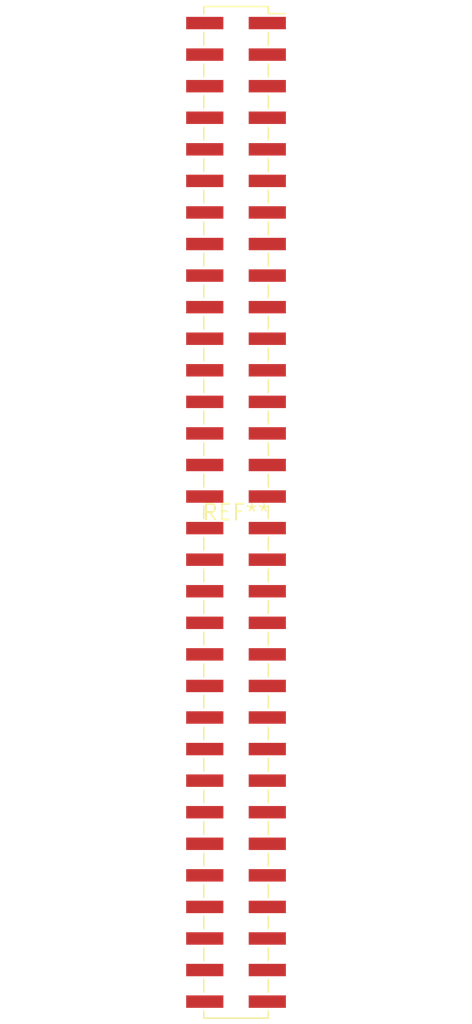
<source format=kicad_pcb>
(kicad_pcb (version 20240108) (generator pcbnew)
  (layers (0 "F.Cu" signal) (31 "B.Cu" signal) (34 "B.Paste" user) (35 "F.Paste" user) (36 "B.SilkS" user "B.Silkscreen") (37 "F.SilkS" user "F.Silkscreen") (38 "B.Mask" user) (39 "F.Mask" user) (44 "Edge.Cuts" user))
  (net 0 "")
  (footprint "PinSocket_2x32_P2.54mm_Vertical_SMD" (layer "F.Cu") (at 0 0)
    (property "Reference" "REF**")
    (property "Value" "PinSocket_2x32_P2.54mm_Vertical_SMD")
    (fp_line (start -2.6 -40.7) (end -2.6 -40.13) (layer "F.SilkS") (stroke (width 0.12)))
    (fp_line (start -2.6 -40.7) (end 2.6 -40.7) (layer "F.SilkS") (stroke (width 0.12)))
    (fp_line (start -2.6 -38.61) (end -2.6 -37.59) (layer "F.SilkS") (stroke (width 0.12)))
    (fp_line (start -2.6 -36.07) (end -2.6 -35.05) (layer "F.SilkS") (stroke (width 0.12)))
    (fp_line (start -2.6 -33.53) (end -2.6 -32.51) (layer "F.SilkS") (stroke (width 0.12)))
    (fp_line (start -2.6 -30.99) (end -2.6 -29.97) (layer "F.SilkS") (stroke (width 0.12)))
    (fp_line (start -2.6 -28.45) (end -2.6 -27.43) (layer "F.SilkS") (stroke (width 0.12)))
    (fp_line (start -2.6 -25.91) (end -2.6 -24.89) (layer "F.SilkS") (stroke (width 0.12)))
    (fp_line (start -2.6 -23.37) (end -2.6 -22.35) (layer "F.SilkS") (stroke (width 0.12)))
    (fp_line (start -2.6 -20.83) (end -2.6 -19.81) (layer "F.SilkS") (stroke (width 0.12)))
    (fp_line (start -2.6 -18.29) (end -2.6 -17.27) (layer "F.SilkS") (stroke (width 0.12)))
    (fp_line (start -2.6 -15.75) (end -2.6 -14.73) (layer "F.SilkS") (stroke (width 0.12)))
    (fp_line (start -2.6 -13.21) (end -2.6 -12.19) (layer "F.SilkS") (stroke (width 0.12)))
    (fp_line (start -2.6 -10.67) (end -2.6 -9.65) (layer "F.SilkS") (stroke (width 0.12)))
    (fp_line (start -2.6 -8.13) (end -2.6 -7.11) (layer "F.SilkS") (stroke (width 0.12)))
    (fp_line (start -2.6 -5.59) (end -2.6 -4.57) (layer "F.SilkS") (stroke (width 0.12)))
    (fp_line (start -2.6 -3.05) (end -2.6 -2.03) (layer "F.SilkS") (stroke (width 0.12)))
    (fp_line (start -2.6 -0.51) (end -2.6 0.51) (layer "F.SilkS") (stroke (width 0.12)))
    (fp_line (start -2.6 2.03) (end -2.6 3.05) (layer "F.SilkS") (stroke (width 0.12)))
    (fp_line (start -2.6 4.57) (end -2.6 5.59) (layer "F.SilkS") (stroke (width 0.12)))
    (fp_line (start -2.6 7.11) (end -2.6 8.13) (layer "F.SilkS") (stroke (width 0.12)))
    (fp_line (start -2.6 9.65) (end -2.6 10.67) (layer "F.SilkS") (stroke (width 0.12)))
    (fp_line (start -2.6 12.19) (end -2.6 13.21) (layer "F.SilkS") (stroke (width 0.12)))
    (fp_line (start -2.6 14.73) (end -2.6 15.75) (layer "F.SilkS") (stroke (width 0.12)))
    (fp_line (start -2.6 17.27) (end -2.6 18.29) (layer "F.SilkS") (stroke (width 0.12)))
    (fp_line (start -2.6 19.81) (end -2.6 20.83) (layer "F.SilkS") (stroke (width 0.12)))
    (fp_line (start -2.6 22.35) (end -2.6 23.37) (layer "F.SilkS") (stroke (width 0.12)))
    (fp_line (start -2.6 24.89) (end -2.6 25.91) (layer "F.SilkS") (stroke (width 0.12)))
    (fp_line (start -2.6 27.43) (end -2.6 28.45) (layer "F.SilkS") (stroke (width 0.12)))
    (fp_line (start -2.6 29.97) (end -2.6 30.99) (layer "F.SilkS") (stroke (width 0.12)))
    (fp_line (start -2.6 32.51) (end -2.6 33.53) (layer "F.SilkS") (stroke (width 0.12)))
    (fp_line (start -2.6 35.05) (end -2.6 36.07) (layer "F.SilkS") (stroke (width 0.12)))
    (fp_line (start -2.6 37.59) (end -2.6 38.61) (layer "F.SilkS") (stroke (width 0.12)))
    (fp_line (start -2.6 40.13) (end -2.6 40.7) (layer "F.SilkS") (stroke (width 0.12)))
    (fp_line (start -2.6 40.7) (end 2.6 40.7) (layer "F.SilkS") (stroke (width 0.12)))
    (fp_line (start 2.6 -40.7) (end 2.6 -40.13) (layer "F.SilkS") (stroke (width 0.12)))
    (fp_line (start 2.6 -40.13) (end 3.96 -40.13) (layer "F.SilkS") (stroke (width 0.12)))
    (fp_line (start 2.6 -38.61) (end 2.6 -37.59) (layer "F.SilkS") (stroke (width 0.12)))
    (fp_line (start 2.6 -36.07) (end 2.6 -35.05) (layer "F.SilkS") (stroke (width 0.12)))
    (fp_line (start 2.6 -33.53) (end 2.6 -32.51) (layer "F.SilkS") (stroke (width 0.12)))
    (fp_line (start 2.6 -30.99) (end 2.6 -29.97) (layer "F.SilkS") (stroke (width 0.12)))
    (fp_line (start 2.6 -28.45) (end 2.6 -27.43) (layer "F.SilkS") (stroke (width 0.12)))
    (fp_line (start 2.6 -25.91) (end 2.6 -24.89) (layer "F.SilkS") (stroke (width 0.12)))
    (fp_line (start 2.6 -23.37) (end 2.6 -22.35) (layer "F.SilkS") (stroke (width 0.12)))
    (fp_line (start 2.6 -20.83) (end 2.6 -19.81) (layer "F.SilkS") (stroke (width 0.12)))
    (fp_line (start 2.6 -18.29) (end 2.6 -17.27) (layer "F.SilkS") (stroke (width 0.12)))
    (fp_line (start 2.6 -15.75) (end 2.6 -14.73) (layer "F.SilkS") (stroke (width 0.12)))
    (fp_line (start 2.6 -13.21) (end 2.6 -12.19) (layer "F.SilkS") (stroke (width 0.12)))
    (fp_line (start 2.6 -10.67) (end 2.6 -9.65) (layer "F.SilkS") (stroke (width 0.12)))
    (fp_line (start 2.6 -8.13) (end 2.6 -7.11) (layer "F.SilkS") (stroke (width 0.12)))
    (fp_line (start 2.6 -5.59) (end 2.6 -4.57) (layer "F.SilkS") (stroke (width 0.12)))
    (fp_line (start 2.6 -3.05) (end 2.6 -2.03) (layer "F.SilkS") (stroke (width 0.12)))
    (fp_line (start 2.6 -0.51) (end 2.6 0.51) (layer "F.SilkS") (stroke (width 0.12)))
    (fp_line (start 2.6 2.03) (end 2.6 3.05) (layer "F.SilkS") (stroke (width 0.12)))
    (fp_line (start 2.6 4.57) (end 2.6 5.59) (layer "F.SilkS") (stroke (width 0.12)))
    (fp_line (start 2.6 7.11) (end 2.6 8.13) (layer "F.SilkS") (stroke (width 0.12)))
    (fp_line (start 2.6 9.65) (end 2.6 10.67) (layer "F.SilkS") (stroke (width 0.12)))
    (fp_line (start 2.6 12.19) (end 2.6 13.21) (layer "F.SilkS") (stroke (width 0.12)))
    (fp_line (start 2.6 14.73) (end 2.6 15.75) (layer "F.SilkS") (stroke (width 0.12)))
    (fp_line (start 2.6 17.27) (end 2.6 18.29) (layer "F.SilkS") (stroke (width 0.12)))
    (fp_line (start 2.6 19.81) (end 2.6 20.83) (layer "F.SilkS") (stroke (width 0.12)))
    (fp_line (start 2.6 22.35) (end 2.6 23.37) (layer "F.SilkS") (stroke (width 0.12)))
    (fp_line (start 2.6 24.89) (end 2.6 25.91) (layer "F.SilkS") (stroke (width 0.12)))
    (fp_line (start 2.6 27.43) (end 2.6 28.45) (layer "F.SilkS") (stroke (width 0.12)))
    (fp_line (start 2.6 29.97) (end 2.6 30.99) (layer "F.SilkS") (stroke (width 0.12)))
    (fp_line (start 2.6 32.51) (end 2.6 33.53) (layer "F.SilkS") (stroke (width 0.12)))
    (fp_line (start 2.6 35.05) (end 2.6 36.07) (layer "F.SilkS") (stroke (width 0.12)))
    (fp_line (start 2.6 37.59) (end 2.6 38.61) (layer "F.SilkS") (stroke (width 0.12)))
    (fp_line (start 2.6 40.13) (end 2.6 40.7) (layer "F.SilkS") (stroke (width 0.12)))
    (pad "1" smd rect (at 2.52 -39.37) (size 3 1) (layers "F.Cu" "F.Paste" "F.Mask"))
    (pad "2" smd rect (at -2.52 -39.37) (size 3 1) (layers "F.Cu" "F.Paste" "F.Mask"))
    (pad "3" smd rect (at 2.52 -36.83) (size 3 1) (layers "F.Cu" "F.Paste" "F.Mask"))
    (pad "4" smd rect (at -2.52 -36.83) (size 3 1) (layers "F.Cu" "F.Paste" "F.Mask"))
    (pad "5" smd rect (at 2.52 -34.29) (size 3 1) (layers "F.Cu" "F.Paste" "F.Mask"))
    (pad "6" smd rect (at -2.52 -34.29) (size 3 1) (layers "F.Cu" "F.Paste" "F.Mask"))
    (pad "7" smd rect (at 2.52 -31.75) (size 3 1) (layers "F.Cu" "F.Paste" "F.Mask"))
    (pad "8" smd rect (at -2.52 -31.75) (size 3 1) (layers "F.Cu" "F.Paste" "F.Mask"))
    (pad "9" smd rect (at 2.52 -29.21) (size 3 1) (layers "F.Cu" "F.Paste" "F.Mask"))
    (pad "10" smd rect (at -2.52 -29.21) (size 3 1) (layers "F.Cu" "F.Paste" "F.Mask"))
    (pad "11" smd rect (at 2.52 -26.67) (size 3 1) (layers "F.Cu" "F.Paste" "F.Mask"))
    (pad "12" smd rect (at -2.52 -26.67) (size 3 1) (layers "F.Cu" "F.Paste" "F.Mask"))
    (pad "13" smd rect (at 2.52 -24.13) (size 3 1) (layers "F.Cu" "F.Paste" "F.Mask"))
    (pad "14" smd rect (at -2.52 -24.13) (size 3 1) (layers "F.Cu" "F.Paste" "F.Mask"))
    (pad "15" smd rect (at 2.52 -21.59) (size 3 1) (layers "F.Cu" "F.Paste" "F.Mask"))
    (pad "16" smd rect (at -2.52 -21.59) (size 3 1) (layers "F.Cu" "F.Paste" "F.Mask"))
    (pad "17" smd rect (at 2.52 -19.05) (size 3 1) (layers "F.Cu" "F.Paste" "F.Mask"))
    (pad "18" smd rect (at -2.52 -19.05) (size 3 1) (layers "F.Cu" "F.Paste" "F.Mask"))
    (pad "19" smd rect (at 2.52 -16.51) (size 3 1) (layers "F.Cu" "F.Paste" "F.Mask"))
    (pad "20" smd rect (at -2.52 -16.51) (size 3 1) (layers "F.Cu" "F.Paste" "F.Mask"))
    (pad "21" smd rect (at 2.52 -13.97) (size 3 1) (layers "F.Cu" "F.Paste" "F.Mask"))
    (pad "22" smd rect (at -2.52 -13.97) (size 3 1) (layers "F.Cu" "F.Paste" "F.Mask"))
    (pad "23" smd rect (at 2.52 -11.43) (size 3 1) (layers "F.Cu" "F.Paste" "F.Mask"))
    (pad "24" smd rect (at -2.52 -11.43) (size 3 1) (layers "F.Cu" "F.Paste" "F.Mask"))
    (pad "25" smd rect (at 2.52 -8.89) (size 3 1) (layers "F.Cu" "F.Paste" "F.Mask"))
    (pad "26" smd rect (at -2.52 -8.89) (size 3 1) (layers "F.Cu" "F.Paste" "F.Mask"))
    (pad "27" smd rect (at 2.52 -6.35) (size 3 1) (layers "F.Cu" "F.Paste" "F.Mask"))
    (pad "28" smd rect (at -2.52 -6.35) (size 3 1) (layers "F.Cu" "F.Paste" "F.Mask"))
    (pad "29" smd rect (at 2.52 -3.81) (size 3 1) (layers "F.Cu" "F.Paste" "F.Mask"))
    (pad "30" smd rect (at -2.52 -3.81) (size 3 1) (layers "F.Cu" "F.Paste" "F.Mask"))
    (pad "31" smd rect (at 2.52 -1.27) (size 3 1) (layers "F.Cu" "F.Paste" "F.Mask"))
    (pad "32" smd rect (at -2.52 -1.27) (size 3 1) (layers "F.Cu" "F.Paste" "F.Mask"))
    (pad "33" smd rect (at 2.52 1.27) (size 3 1) (layers "F.Cu" "F.Paste" "F.Mask"))
    (pad "34" smd rect (at -2.52 1.27) (size 3 1) (layers "F.Cu" "F.Paste" "F.Mask"))
    (pad "35" smd rect (at 2.52 3.81) (size 3 1) (layers "F.Cu" "F.Paste" "F.Mask"))
    (pad "36" smd rect (at -2.52 3.81) (size 3 1) (layers "F.Cu" "F.Paste" "F.Mask"))
    (pad "37" smd rect (at 2.52 6.35) (size 3 1) (layers "F.Cu" "F.Paste" "F.Mask"))
    (pad "38" smd rect (at -2.52 6.35) (size 3 1) (layers "F.Cu" "F.Paste" "F.Mask"))
    (pad "39" smd rect (at 2.52 8.89) (size 3 1) (layers "F.Cu" "F.Paste" "F.Mask"))
    (pad "40" smd rect (at -2.52 8.89) (size 3 1) (layers "F.Cu" "F.Paste" "F.Mask"))
    (pad "41" smd rect (at 2.52 11.43) (size 3 1) (layers "F.Cu" "F.Paste" "F.Mask"))
    (pad "42" smd rect (at -2.52 11.43) (size 3 1) (layers "F.Cu" "F.Paste" "F.Mask"))
    (pad "43" smd rect (at 2.52 13.97) (size 3 1) (layers "F.Cu" "F.Paste" "F.Mask"))
    (pad "44" smd rect (at -2.52 13.97) (size 3 1) (layers "F.Cu" "F.Paste" "F.Mask"))
    (pad "45" smd rect (at 2.52 16.51) (size 3 1) (layers "F.Cu" "F.Paste" "F.Mask"))
    (pad "46" smd rect (at -2.52 16.51) (size 3 1) (layers "F.Cu" "F.Paste" "F.Mask"))
    (pad "47" smd rect (at 2.52 19.05) (size 3 1) (layers "F.Cu" "F.Paste" "F.Mask"))
    (pad "48" smd rect (at -2.52 19.05) (size 3 1) (layers "F.Cu" "F.Paste" "F.Mask"))
    (pad "49" smd rect (at 2.52 21.59) (size 3 1) (layers "F.Cu" "F.Paste" "F.Mask"))
    (pad "50" smd rect (at -2.52 21.59) (size 3 1) (layers "F.Cu" "F.Paste" "F.Mask"))
    (pad "51" smd rect (at 2.52 24.13) (size 3 1) (layers "F.Cu" "F.Paste" "F.Mask"))
    (pad "52" smd rect (at -2.52 24.13) (size 3 1) (layers "F.Cu" "F.Paste" "F.Mask"))
    (pad "53" smd rect (at 2.52 26.67) (size 3 1) (layers "F.Cu" "F.Paste" "F.Mask"))
    (pad "54" smd rect (at -2.52 26.67) (size 3 1) (layers "F.Cu" "F.Paste" "F.Mask"))
    (pad "55" smd rect (at 2.52 29.21) (size 3 1) (layers "F.Cu" "F.Paste" "F.Mask"))
    (pad "56" smd rect (at -2.52 29.21) (size 3 1) (layers "F.Cu" "F.Paste" "F.Mask"))
    (pad "57" smd rect (at 2.52 31.75) (size 3 1) (layers "F.Cu" "F.Paste" "F.Mask"))
    (pad "58" smd rect (at -2.52 31.75) (size 3 1) (layers "F.Cu" "F.Paste" "F.Mask"))
    (pad "59" smd rect (at 2.52 34.29) (size 3 1) (layers "F.Cu" "F.Paste" "F.Mask"))
    (pad "60" smd rect (at -2.52 34.29) (size 3 1) (layers "F.Cu" "F.Paste" "F.Mask"))
    (pad "61" smd rect (at 2.52 36.83) (size 3 1) (layers "F.Cu" "F.Paste" "F.Mask"))
    (pad "62" smd rect (at -2.52 36.83) (size 3 1) (layers "F.Cu" "F.Paste" "F.Mask"))
    (pad "63" smd rect (at 2.52 39.37) (size 3 1) (layers "F.Cu" "F.Paste" "F.Mask"))
    (pad "64" smd rect (at -2.52 39.37) (size 3 1) (layers "F.Cu" "F.Paste" "F.Mask"))
  )
)
</source>
